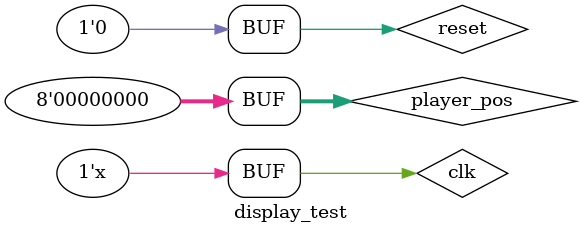
<source format=v>
`timescale 1ns / 1ps


module display_test;

	// Inputs
	reg clk;
	reg [7:0] player_pos;
	reg reset;

	// Outputs
	wire vga_h_sync;
	wire vga_v_sync;
	wire [2:0] vga_r;
	wire [2:0] vga_g;
	wire [1:0] vga_b;

	// Instantiate the Unit Under Test (UUT)
	display uut (
		.clk(clk), 
//		.maze(maze), 
		.player_pos(player_pos), 
		.reset(reset), 
		.vga_h_sync(vga_h_sync), 
		.vga_v_sync(vga_v_sync), 
		.vga_r(vga_r), 
		.vga_g(vga_g), 
		.vga_b(vga_b)
	);

	initial begin
		// Initialize Inputs
		clk = 0;
		player_pos = 0;
		reset = 0;

		// Wait 100 ns for global reset to finish
		#100;
        
		// Add stimulus here

	end
   always #5 clk = ~clk;
endmodule


</source>
